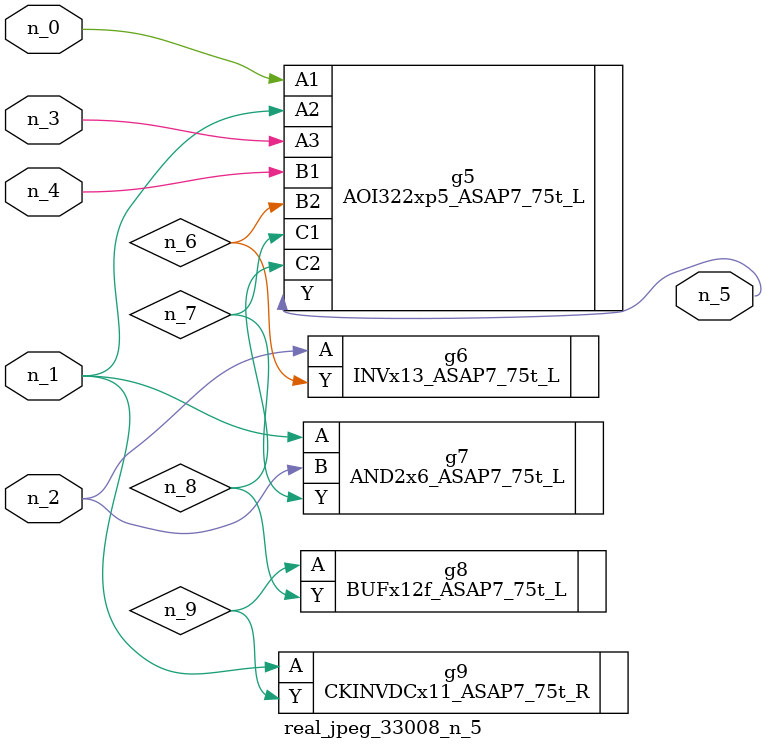
<source format=v>
module real_jpeg_33008_n_5 (n_4, n_0, n_1, n_2, n_3, n_5);

input n_4;
input n_0;
input n_1;
input n_2;
input n_3;

output n_5;

wire n_8;
wire n_6;
wire n_7;
wire n_9;

AOI322xp5_ASAP7_75t_L g5 ( 
.A1(n_0),
.A2(n_1),
.A3(n_3),
.B1(n_4),
.B2(n_6),
.C1(n_7),
.C2(n_8),
.Y(n_5)
);

AND2x6_ASAP7_75t_L g7 ( 
.A(n_1),
.B(n_2),
.Y(n_7)
);

CKINVDCx11_ASAP7_75t_R g9 ( 
.A(n_1),
.Y(n_9)
);

INVx13_ASAP7_75t_L g6 ( 
.A(n_2),
.Y(n_6)
);

BUFx12f_ASAP7_75t_L g8 ( 
.A(n_9),
.Y(n_8)
);


endmodule
</source>
